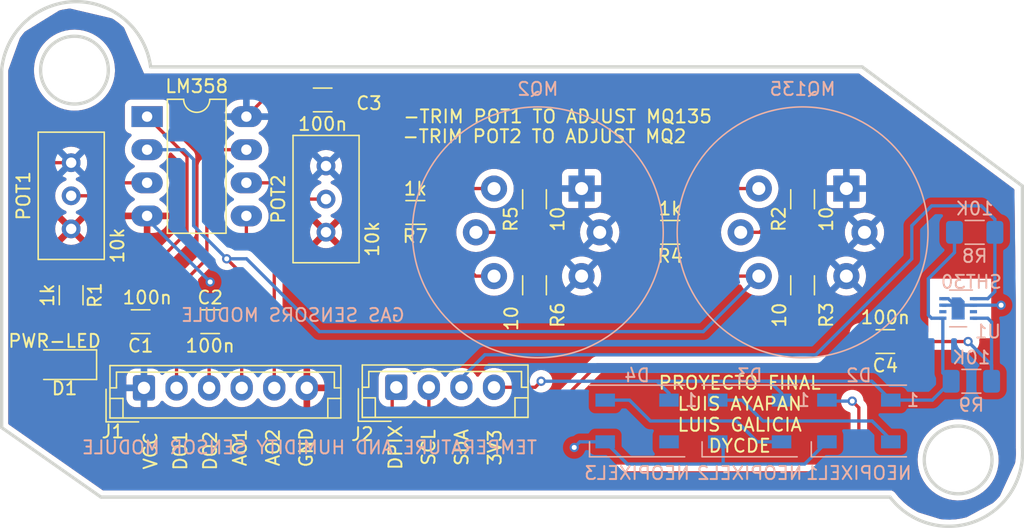
<source format=kicad_pcb>
(kicad_pcb (version 20211014) (generator pcbnew)
  (layers (0 "F.Cu" signal) (31 "B.Cu" signal) (34 "B.Paste" user) (35 "F.Paste" user) (36 "B.SilkS" user "B.Silkscreen") (37 "F.SilkS" user "F.Silkscreen") (38 "B.Mask" user) (39 "F.Mask" user) (44 "Edge.Cuts" user))
  (net 0 "")
  (net 1 "/DO1")
  (net 2 "GND")
  (net 3 "/DO2")
  (net 4 "Net-(D1-Pad2)")
  (net 5 "VCC")
  (net 6 "/AO1")
  (net 7 "/AO2")
  (net 8 "Net-(LM358-Pad3)")
  (net 9 "Net-(LM358-Pad6)")
  (net 10 "Net-(MQ2-Pad5)")
  (net 11 "Net-(MQ135-Pad5)")
  (net 12 "/SCL")
  (net 13 "/3V3")
  (net 14 "Net-(D2-Pad2)")
  (net 15 "/DPIX")
  (net 16 "Net-(D3-Pad2)")
  (net 18 "/SDA")
  (footprint "Capacitor_SMD:C_1206_3216Metric_Pad1.33x1.80mm_HandSolder" (layer "F.Cu") (at 177.546 48.26)
    (fp_text reference "C3" (at 3.556 0.254) (layer "F.SilkS"))
    (fp_text value "100n" (at 0 1.850009) (layer "F.SilkS"))
    (fp_line (start -0.711252 0.91) (end 0.711252 0.91) (layer "F.SilkS") (width 0.12))
    (fp_line (start -0.711252 -0.91) (end 0.711252 -0.91) (layer "F.SilkS") (width 0.12))
    (pad "1" smd roundrect (at -1.5625 0) (size 1.325 1.8) (layers "F.Cu" "F.Paste" "F.Mask") (roundrect_rratio 0.1886792453) (net 5 "VCC"))
    (pad "2" smd roundrect (at 1.5625 0) (size 1.325 1.8) (layers "F.Cu" "F.Paste" "F.Mask") (roundrect_rratio 0.1886792453) (net 2 "GND"))
  )
  (footprint "Package_DIP:DIP-8_W7.62mm_LongPads" (layer "F.Cu") (at 164.069 49.54)
    (fp_text reference "LM358" (at 3.81 -2.33) (layer "F.SilkS"))
    (fp_text value "LM358" hide)
    (fp_line (start 1.56 -1.33) (end 1.56 8.95) (layer "F.SilkS") (width 0.12))
    (fp_line (start 2.81 -1.33) (end 1.56 -1.33) (layer "F.SilkS") (width 0.12))
    (fp_line (start 1.56 8.95) (end 6.06 8.95) (layer "F.SilkS") (width 0.12))
    (fp_line (start 6.06 8.95) (end 6.06 -1.33) (layer "F.SilkS") (width 0.12))
    (fp_line (start 6.06 -1.33) (end 4.81 -1.33) (layer "F.SilkS") (width 0.12))
    (fp_arc (start 4.81 -1.33) (mid 3.81 -0.33) (end 2.81 -1.33) (layer "F.SilkS") (width 0.12))
    (pad "1" thru_hole rect (at 0 0) (size 2.4 1.6) (drill 0.8) (layers *.Cu *.Mask) (net 1 "/DO1"))
    (pad "2" thru_hole oval (at 0 2.54) (size 2.4 1.6) (drill 0.8) (layers *.Cu *.Mask) (net 6 "/AO1"))
    (pad "3" thru_hole oval (at 0 5.08) (size 2.4 1.6) (drill 0.8) (layers *.Cu *.Mask) (net 8 "Net-(LM358-Pad3)"))
    (pad "4" thru_hole oval (at 0 7.62) (size 2.4 1.6) (drill 0.8) (layers *.Cu *.Mask) (net 2 "GND"))
    (pad "5" thru_hole oval (at 7.62 7.62) (size 2.4 1.6) (drill 0.8) (layers *.Cu *.Mask) (net 7 "/AO2"))
    (pad "6" thru_hole oval (at 7.62 5.08) (size 2.4 1.6) (drill 0.8) (layers *.Cu *.Mask) (net 9 "Net-(LM358-Pad6)"))
    (pad "7" thru_hole oval (at 7.62 2.54) (size 2.4 1.6) (drill 0.8) (layers *.Cu *.Mask) (net 3 "/DO2"))
    (pad "8" thru_hole oval (at 7.62 0) (size 2.4 1.6) (drill 0.8) (layers *.Cu *.Mask) (net 5 "VCC"))
  )
  (footprint "Resistor_SMD:R_1206_3216Metric_Pad1.30x1.75mm_HandSolder" (layer "F.Cu") (at 158.242 63.246 -90)
    (fp_text reference "R1" (at 0 -1.82 90) (layer "F.SilkS"))
    (fp_text value "1k" (at 0 1.820012 90) (layer "F.SilkS"))
    (fp_line (start -0.727064 -0.91) (end 0.727064 -0.91) (layer "F.SilkS") (width 0.12))
    (fp_line (start -0.727064 0.91) (end 0.727064 0.91) (layer "F.SilkS") (width 0.12))
    (pad "1" smd roundrect (at -1.55 0 270) (size 1.3 1.75) (layers "F.Cu" "F.Paste" "F.Mask") (roundrect_rratio 0.1923076923) (net 5 "VCC"))
    (pad "2" smd roundrect (at 1.55 0 270) (size 1.3 1.75) (layers "F.Cu" "F.Paste" "F.Mask") (roundrect_rratio 0.1923076923) (net 4 "Net-(D1-Pad2)"))
  )
  (footprint "Potentiometer_THT:Potentiometer_Bourns_3296W_Vertical" (layer "F.Cu") (at 177.8 53.33 90)
    (fp_text reference "POT2" (at -2.54 -3.66 90) (layer "F.SilkS"))
    (fp_text value "10k" (at -5.598 3.556 90) (layer "F.SilkS"))
    (fp_line (start -7.425 -2.53) (end 2.345 -2.53) (layer "F.SilkS") (width 0.12))
    (fp_line (start -7.425 -2.53) (end -7.425 2.54) (layer "F.SilkS") (width 0.12))
    (fp_line (start -7.425 2.54) (end 2.345 2.54) (layer "F.SilkS") (width 0.12))
    (fp_line (start 2.345 -2.53) (end 2.345 2.54) (layer "F.SilkS") (width 0.12))
    (pad "1" thru_hole circle (at 0 0 90) (size 1.44 1.44) (drill 0.8) (layers *.Cu *.Mask) (net 5 "VCC"))
    (pad "2" thru_hole circle (at -2.54 0 90) (size 1.44 1.44) (drill 0.8) (layers *.Cu *.Mask) (net 9 "Net-(LM358-Pad6)"))
    (pad "3" thru_hole circle (at -5.08 0 90) (size 1.44 1.44) (drill 0.8) (layers *.Cu *.Mask) (net 2 "GND"))
  )
  (footprint "Resistor_SMD:R_1206_3216Metric_Pad1.30x1.75mm_HandSolder" (layer "F.Cu") (at 193.802 62.484 -90)
    (fp_text reference "R6" (at 2.286 -1.778 90) (layer "F.SilkS"))
    (fp_text value "10" (at 2.54 1.778 90) (layer "F.SilkS"))
    (fp_line (start -0.727064 0.91) (end 0.727064 0.91) (layer "F.SilkS") (width 0.12))
    (fp_line (start -0.727064 -0.91) (end 0.727064 -0.91) (layer "F.SilkS") (width 0.12))
    (pad "1" smd roundrect (at -1.55 0 270) (size 1.3 1.75) (layers "F.Cu" "F.Paste" "F.Mask") (roundrect_rratio 0.1923076923) (net 10 "Net-(MQ2-Pad5)"))
    (pad "2" smd roundrect (at 1.55 0 270) (size 1.3 1.75) (layers "F.Cu" "F.Paste" "F.Mask") (roundrect_rratio 0.1923076923) (net 2 "GND"))
  )
  (footprint "LED_SMD:LED_1206_3216Metric_Pad1.42x1.75mm_HandSolder" (layer "F.Cu") (at 157.734 68.58 180)
    (fp_text reference "D1" (at 0 -1.82) (layer "F.SilkS"))
    (fp_text value "PWR-LED" (at 0.762 1.820012) (layer "F.SilkS"))
    (fp_line (start -2.46 -1.135) (end -2.46 1.135) (layer "F.SilkS") (width 0.12))
    (fp_line (start 1.6 -1.135) (end -2.46 -1.135) (layer "F.SilkS") (width 0.12))
    (fp_line (start -2.46 1.135) (end 1.6 1.135) (layer "F.SilkS") (width 0.12))
    (pad "1" smd roundrect (at -1.4875 0 180) (size 1.425 1.75) (layers "F.Cu" "F.Paste" "F.Mask") (roundrect_rratio 0.1754392982) (net 2 "GND"))
    (pad "2" smd roundrect (at 1.4875 0 180) (size 1.425 1.75) (layers "F.Cu" "F.Paste" "F.Mask") (roundrect_rratio 0.1754392982) (net 4 "Net-(D1-Pad2)"))
  )
  (footprint "Resistor_SMD:R_1206_3216Metric_Pad1.30x1.75mm_HandSolder" (layer "F.Cu") (at 184.658 56.896 180)
    (fp_text reference "R7" (at 0 -1.82) (layer "F.SilkS"))
    (fp_text value "1k" (at 0 1.820012) (layer "F.SilkS"))
    (fp_line (start -0.727064 -0.91) (end 0.727064 -0.91) (layer "F.SilkS") (width 0.12))
    (fp_line (start -0.727064 0.91) (end 0.727064 0.91) (layer "F.SilkS") (width 0.12))
    (pad "1" smd roundrect (at -1.55 0 180) (size 1.3 1.75) (layers "F.Cu" "F.Paste" "F.Mask") (roundrect_rratio 0.1923076923) (net 7 "/AO2"))
    (pad "2" smd roundrect (at 1.55 0 180) (size 1.3 1.75) (layers "F.Cu" "F.Paste" "F.Mask") (roundrect_rratio 0.1923076923) (net 2 "GND"))
  )
  (footprint "Capacitor_SMD:C_1206_3216Metric_Pad1.33x1.80mm_HandSolder" (layer "F.Cu") (at 163.576 65.278 180)
    (fp_text reference "C1" (at 0 -1.85) (layer "F.SilkS"))
    (fp_text value "100n" (at -0.508 1.850009) (layer "F.SilkS"))
    (fp_line (start -0.711252 -0.91) (end 0.711252 -0.91) (layer "F.SilkS") (width 0.12))
    (fp_line (start -0.711252 0.91) (end 0.711252 0.91) (layer "F.SilkS") (width 0.12))
    (pad "1" smd roundrect (at -1.5625 0 180) (size 1.325 1.8) (layers "F.Cu" "F.Paste" "F.Mask") (roundrect_rratio 0.1886792453) (net 1 "/DO1"))
    (pad "2" smd roundrect (at 1.5625 0 180) (size 1.325 1.8) (layers "F.Cu" "F.Paste" "F.Mask") (roundrect_rratio 0.1886792453) (net 2 "GND"))
  )
  (footprint "Capacitor_SMD:C_1206_3216Metric_Pad1.33x1.80mm_HandSolder" (layer "F.Cu") (at 220.726 66.802 180)
    (fp_text reference "C4" (at 0 -1.85) (layer "F.SilkS"))
    (fp_text value "100n" (at 0 1.850009) (layer "F.SilkS"))
    (fp_line (start -0.711252 -0.91) (end 0.711252 -0.91) (layer "F.SilkS") (width 0.12))
    (fp_line (start -0.711252 0.91) (end 0.711252 0.91) (layer "F.SilkS") (width 0.12))
    (pad "1" smd roundrect (at -1.5625 0 180) (size 1.325 1.8) (layers "F.Cu" "F.Paste" "F.Mask") (roundrect_rratio 0.1886792453) (net 12 "/SCL"))
    (pad "2" smd roundrect (at 1.5625 0 180) (size 1.325 1.8) (layers "F.Cu" "F.Paste" "F.Mask") (roundrect_rratio 0.1886792453) (net 2 "GND"))
  )
  (footprint "Resistor_SMD:R_1206_3216Metric_Pad1.30x1.75mm_HandSolder" (layer "F.Cu") (at 204.216 58.42 180)
    (fp_text reference "R4" (at 0 -1.82) (layer "F.SilkS"))
    (fp_text value "1k" (at 0 1.820012) (layer "F.SilkS"))
    (fp_line (start -0.727064 -0.91) (end 0.727064 -0.91) (layer "F.SilkS") (width 0.12))
    (fp_line (start -0.727064 0.91) (end 0.727064 0.91) (layer "F.SilkS") (width 0.12))
    (pad "1" smd roundrect (at -1.55 0 180) (size 1.3 1.75) (layers "F.Cu" "F.Paste" "F.Mask") (roundrect_rratio 0.1923076923) (net 6 "/AO1"))
    (pad "2" smd roundrect (at 1.55 0 180) (size 1.3 1.75) (layers "F.Cu" "F.Paste" "F.Mask") (roundrect_rratio 0.1923076923) (net 2 "GND"))
  )
  (footprint "Resistor_SMD:R_1206_3216Metric_Pad1.30x1.75mm_HandSolder" (layer "F.Cu") (at 193.802 55.88 90)
    (fp_text reference "R5" (at -1.524 -1.820012 90) (layer "F.SilkS"))
    (fp_text value "10" (at -1.524 1.778 90) (layer "F.SilkS"))
    (fp_line (start -0.727064 -0.91) (end 0.727064 -0.91) (layer "F.SilkS") (width 0.12))
    (fp_line (start -0.727064 0.91) (end 0.727064 0.91) (layer "F.SilkS") (width 0.12))
    (pad "1" smd roundrect (at -1.55 0 90) (size 1.3 1.75) (layers "F.Cu" "F.Paste" "F.Mask") (roundrect_rratio 0.1923076923) (net 10 "Net-(MQ2-Pad5)"))
    (pad "2" smd roundrect (at 1.55 0 90) (size 1.3 1.75) (layers "F.Cu" "F.Paste" "F.Mask") (roundrect_rratio 0.1923076923) (net 2 "GND"))
  )
  (footprint "Capacitor_SMD:C_1206_3216Metric_Pad1.33x1.80mm_HandSolder" (layer "F.Cu") (at 168.91 65.278)
    (fp_text reference "C2" (at 0 -1.85) (layer "F.SilkS"))
    (fp_text value "100n" (at 0 1.850009) (layer "F.SilkS"))
    (fp_line (start -0.711252 0.91) (end 0.711252 0.91) (layer "F.SilkS") (width 0.12))
    (fp_line (start -0.711252 -0.91) (end 0.711252 -0.91) (layer "F.SilkS") (width 0.12))
    (pad "1" smd roundrect (at -1.5625 0) (size 1.325 1.8) (layers "F.Cu" "F.Paste" "F.Mask") (roundrect_rratio 0.1886792453) (net 3 "/DO2"))
    (pad "2" smd roundrect (at 1.5625 0) (size 1.325 1.8) (layers "F.Cu" "F.Paste" "F.Mask") (roundrect_rratio 0.1886792453) (net 2 "GND"))
  )
  (footprint "Connector_JST:JST_EH_B6B-EH-A_1x06_P2.50mm_Vertical" (layer "F.Cu") (at 163.83 70.358)
    (fp_text reference "J1" (at -2.386 3.348) (layer "F.SilkS"))
    (fp_text value "Conn_01x06_Male" hide)
    (fp_line (start -2.11 -1.21) (end 14.61 -1.21) (layer "F.SilkS") (width 0.12))
    (fp_line (start -2.91 0.11) (end -2.91 2.61) (layer "F.SilkS") (width 0.12))
    (fp_line (start -2.61 2.31) (end 15.11 2.31) (layer "F.SilkS") (width 0.12))
    (fp_line (start 15.11 2.31) (end 15.11 -1.71) (layer "F.SilkS") (width 0.12))
    (fp_line (start 15.11 -1.71) (end -2.61 -1.71) (layer "F.SilkS") (width 0.12))
    (fp_line (start -1.61 0.81) (end -1.61 2.31) (layer "F.SilkS") (width 0.12))
    (fp_line (start 14.61 -1.21) (end 14.61 0) (layer "F.SilkS") (width 0.12))
    (fp_line (start 14.11 0.81) (end 14.11 2.31) (layer "F.SilkS") (width 0.12))
    (fp_line (start -2.61 0.81) (end -1.61 0.81) (layer "F.SilkS") (width 0.12))
    (fp_line (start -2.61 -1.71) (end -2.61 2.31) (layer "F.SilkS") (width 0.12))
    (fp_line (start -2.11 0) (end -2.11 -1.21) (layer "F.SilkS") (width 0.12))
    (fp_line (start -2.61 0) (end -2.11 0) (layer "F.SilkS") (width 0.12))
    (fp_line (start -2.91 2.61) (end -0.41 2.61) (layer "F.SilkS") (width 0.12))
    (fp_line (start 15.11 0.81) (end 14.11 0.81) (layer "F.SilkS") (width 0.12))
    (fp_line (start 14.61 0) (end 15.11 0) (layer "F.SilkS") (width 0.12))
    (pad "1" thru_hole roundrect (at 0 0) (size 1.7 1.95) (drill 0.95) (layers *.Cu *.Mask) (roundrect_rratio 0.1470588235) (net 5 "VCC"))
    (pad "2" thru_hole oval (at 2.5 0) (size 1.7 1.95) (drill 0.95) (layers *.Cu *.Mask) (net 1 "/DO1"))
    (pad "3" thru_hole oval (at 5 0) (size 1.7 1.95) (drill 0.95) (layers *.Cu *.Mask) (net 3 "/DO2"))
    (pad "4" thru_hole oval (at 7.5 0) (size 1.7 1.95) (drill 0.95) (layers *.Cu *.Mask) (net 6 "/AO1"))
    (pad "5" thru_hole oval (at 10 0) (size 1.7 1.95) (drill 0.95) (layers *.Cu *.Mask) (net 7 "/AO2"))
    (pad "6" thru_hole oval (at 12.5 0) (size 1.7 1.95) (drill 0.95) (layers *.Cu *.Mask) (net 2 "GND"))
  )
  (footprint "Resistor_SMD:R_1206_3216Metric_Pad1.30x1.75mm_HandSolder" (layer "F.Cu") (at 214.376 62.484 -90)
    (fp_text reference "R3" (at 2.286 -1.82 90) (layer "F.SilkS"))
    (fp_text value "10" (at 2.286 1.778 90) (layer "F.SilkS"))
    (fp_line (start -0.727064 -0.91) (end 0.727064 -0.91) (layer "F.SilkS") (width 0.12))
    (fp_line (start -0.727064 0.91) (end 0.727064 0.91) (layer "F.SilkS") (width 0.12))
    (pad "1" smd roundrect (at -1.55 0 270) (size 1.3 1.75) (layers "F.Cu" "F.Paste" "F.Mask") (roundrect_rratio 0.1923076923) (net 11 "Net-(MQ135-Pad5)"))
    (pad "2" smd roundrect (at 1.55 0 270) (size 1.3 1.75) (layers "F.Cu" "F.Paste" "F.Mask") (roundrect_rratio 0.1923076923) (net 2 "GND"))
  )
  (footprint "Potentiometer_THT:Potentiometer_Bourns_3296W_Vertical" (layer "F.Cu") (at 158.242 53.075992 90)
    (fp_text reference "POT1" (at -2.54 -3.66 90) (layer "F.SilkS"))
    (fp_text value "10k" (at -6.360008 3.556 90) (layer "F.SilkS"))
    (fp_line (start -7.425 -2.53) (end 2.345 -2.53) (layer "F.SilkS") (width 0.12))
    (fp_line (start -7.425 2.54) (end 2.345 2.54) (layer "F.SilkS") (width 0.12))
    (fp_line (start -7.425 -2.53) (end -7.425 2.54) (layer "F.SilkS") (width 0.12))
    (fp_line (start 2.345 -2.53) (end 2.345 2.54) (layer "F.SilkS") (width 0.12))
    (pad "1" thru_hole circle (at 0 0 90) (size 1.44 1.44) (drill 0.8) (layers *.Cu *.Mask) (net 5 "VCC"))
    (pad "2" thru_hole circle (at -2.54 0 90) (size 1.44 1.44) (drill 0.8) (layers *.Cu *.Mask) (net 8 "Net-(LM358-Pad3)"))
    (pad "3" thru_hole circle (at -5.08 0 90) (size 1.44 1.44) (drill 0.8) (layers *.Cu *.Mask) (net 2 "GND"))
  )
  (footprint "Connector_JST:JST_EH_B4B-EH-A_1x04_P2.50mm_Vertical" (layer "F.Cu") (at 183.193995 70.312001)
    (fp_text reference "J2" (at -2.6 3.602) (layer "F.SilkS"))
    (fp_text value "Conn_01x04_Male" hide)
    (fp_line (start -2.61 -1.71) (end -2.61 2.31) (layer "F.SilkS") (width 0.12))
    (fp_line (start -2.91 2.61) (end -0.41 2.61) (layer "F.SilkS") (width 0.12))
    (fp_line (start -2.61 0.81) (end -1.61 0.81) (layer "F.SilkS") (width 0.12))
    (fp_line (start -2.11 0) (end -2.11 -1.21) (layer "F.SilkS") (width 0.12))
    (fp_line (start -2.91 0.11) (end -2.91 2.61) (layer "F.SilkS") (width 0.12))
    (fp_line (start 10.11 0.81) (end 9.11 0.81) (layer "F.SilkS") (width 0.12))
    (fp_line (start -1.61 0.81) (end -1.61 2.31) (layer "F.SilkS") (width 0.12))
    (fp_line (start 9.11 0.81) (end 9.11 2.31) (layer "F.SilkS") (width 0.12))
    (fp_line (start 10.11 -1.71) (end -2.61 -1.71) (layer "F.SilkS") (width 0.12))
    (fp_line (start 10.11 2.31) (end 10.11 -1.71) (layer "F.SilkS") (width 0.12))
    (fp_line (start -2.61 0) (end -2.11 0) (layer "F.SilkS") (width 0.12))
    (fp_line (start 9.61 0) (end 10.11 0) (layer "F.SilkS") (width 0.12))
    (fp_line (start -2.11 -1.21) (end 9.61 -1.21) (layer "F.SilkS") (width 0.12))
    (fp_line (start 9.61 -1.21) (end 9.61 0) (layer "F.SilkS") (width 0.12))
    (fp_line (start -2.61 2.31) (end 10.11 2.31) (layer "F.SilkS") (width 0.12))
    (pad "1" thru_hole roundrect (at 0 0) (size 1.7 1.95) (drill 0.95) (layers *.Cu *.Mask) (roundrect_rratio 0.1470588235) (net 15 "/DPIX"))
    (pad "2" thru_hole oval (at 2.5 0) (size 1.7 1.95) (drill 0.95) (layers *.Cu *.Mask) (net 12 "/SCL"))
    (pad "3" thru_hole oval (at 5 0) (size 1.7 1.95) (drill 0.95) (layers *.Cu *.Mask) (net 18 "/SDA"))
    (pad "4" thru_hole oval (at 7.5 0) (size 1.7 1.95) (drill 0.95) (layers *.Cu *.Mask) (net 13 "/3V3"))
  )
  (footprint "Resistor_SMD:R_1206_3216Metric_Pad1.30x1.75mm_HandSolder" (layer "F.Cu") (at 214.376 55.88 90)
    (fp_text reference "R2" (at -1.524 -1.82 90) (layer "F.SilkS"))
    (fp_text value "10" (at -1.524 1.820012 90) (layer "F.SilkS"))
    (fp_line (start -0.727064 0.91) (end 0.727064 0.91) (layer "F.SilkS") (width 0.12))
    (fp_line (start -0.727064 -0.91) (end 0.727064 -0.91) (layer "F.SilkS") (width 0.12))
    (pad "1" smd roundrect (at -1.55 0 90) (size 1.3 1.75) (layers "F.Cu" "F.Paste" "F.Mask") (roundrect_rratio 0.1923076923) (net 11 "Net-(MQ135-Pad5)"))
    (pad "2" smd roundrect (at 1.55 0 90) (size 1.3 1.75) (layers "F.Cu" "F.Paste" "F.Mask") (roundrect_rratio 0.1923076923) (net 2 "GND"))
  )
  (footprint "Resistor_SMD:R_1206_3216Metric_Pad1.30x1.75mm_HandSolder" (layer "B.Cu") (at 227.33 69.85)
    (fp_text reference "R9" (at 0 1.82) (layer "B.SilkS") (effects (justify mirror)))
    (fp_text value "10K" (at 0 -1.820012) (layer "B.SilkS") (effects (justify mirror)))
    (fp_line (start -0.727064 0.91) (end 0.727064 0.91) (layer "B.SilkS") (width 0.12))
    (fp_line (start -0.727064 -0.91) (end 0.727064 -0.91) (layer "B.SilkS") (width 0.12))
    (pad "1" smd roundrect (at -1.55 0) (size 1.3 1.75) (layers "B.Cu" "B.Paste" "B.Mask") (roundrect_rratio 0.1923076923) (net 13 "/3V3"))
    (pad "2" smd roundrect (at 1.55 0) (size 1.3 1.75) (layers "B.Cu" "B.Paste" "B.Mask") (roundrect_rratio 0.1923076923) (net 12 "/SCL"))
  )
  (footprint "Resistor_SMD:R_1206_3216Metric_Pad1.30x1.75mm_HandSolder" (layer "B.Cu") (at 227.584 58.42)
    (fp_text reference "R8" (at 0 1.82) (layer "B.SilkS") (effects (justify mirror)))
    (fp_text value "10K" (at 0 -1.820012) (layer "B.SilkS") (effects (justify mirror)))
    (fp_line (start -0.727064 0.91) (end 0.727064 0.91) (layer "B.SilkS") (width 0.12))
    (fp_line (start -0.727064 -0.91) (end 0.727064 -0.91) (layer "B.SilkS") (width 0.12))
    (pad "1" smd roundrect (at -1.55 0) (size 1.3 1.75) (layers "B.Cu" "B.Paste" "B.Mask") (roundrect_rratio 0.1923076923) (net 13 "/3V3"))
    (pad "2" smd roundrect (at 1.55 0) (size 1.3 1.75) (layers "B.Cu" "B.Paste" "B.Mask") (roundrect_rratio 0.1923076923) (net 18 "/SDA"))
  )
  (footprint "Sensor_Humidity:Sensirion_DFN-8-1EP_2.5x2.5mm_P0.5mm_EP1.1x1.7mm" (layer "B.Cu") (at 226.314 64.262 180)
    (fp_text reference "U1" (at -2.286 -1.778) (layer "B.SilkS") (effects (justify mirror)))
    (fp_text value "SHT30" (at -1.016 2.032) (layer "B.SilkS") (effects (justify mirror)))
    (fp_line (start -0.65 -1.41) (end 0.65 -1.41) (layer "B.SilkS") (width 0.12))
    (fp_line (start -1.09 1.41) (end 0.65 1.41) (layer "B.SilkS") (width 0.12))
    (pad "1" smd rect (at -1.175 0.75 180) (size 0.55 0.25) (layers "B.Cu" "B.Paste" "B.Mask") (net 18 "/SDA"))
    (pad "2" smd rect (at -1.175 0.25 180) (size 0.55 0.25) (layers "B.Cu" "B.Paste" "B.Mask") (net 2 "GND"))
    (pad "3" smd rect (at -1.175 -0.25 180) (size 0.55 0.25) (layers "B.Cu" "B.Paste" "B.Mask"))
    (pad "4" smd rect (at -1.175 -0.75) (size 0.55 0.25) (layers "B.Cu" "B.Paste" "B.Mask") (net 12 "/SCL"))
    (pad "5" smd rect (at 1.175 -0.75 180) (size 0.55 0.25) (layers "B.Cu" "B.Paste" "B.Mask") (net 13 "/3V3"))
    (pad "6" smd rect (at 1.175 -0.25 180) (size 0.55 0.25) (layers "B.Cu" "B.Paste" "B.Mask"))
    (pad "7" smd rect (at 1.175 0.25 180) (size 0.55 0.25) (layers "B.Cu" "B.Paste" "B.Mask") (net 2 "GND"))
    (pad "8" smd rect (at 1.175 0.75 180) (size 0.55 0.25) (layers "B.Cu" "B.Paste" "B.Mask") (net 2 "GND"))
    (pad "9" smd custom (at 0 0 180) (size 1 1) (layers "B.Cu" "B.Mask") (net 2 "GND") (options (clearance outline) (anchor circle)) (primitives (gr_poly (pts (xy 0.5 -0.85) (xy -0.5 -0.85) (xy -0.5 0.55) (xy -0.2 0.85) (xy 0.5 0.85)) (width 0) (fill yes))))
  )
  (footprint "Sensor:MQ-6" (layer "B.Cu") (at 217.735988 55.060012 180)
    (fp_text reference "MQ135" (at 3.36 7.64) (layer "B.SilkS") (effects (justify mirror)))
    (fp_text value "MQ-135")
    (fp_circle (center 3.36 -3.36) (end 12.985 -3.36) (layer "B.SilkS") (width 0.12) (fill none))
    (pad "1" thru_hole rect (at 0 0 180) (size 2 2) (drill 1) (layers *.Cu *.Mask) (net 5 "VCC"))
    (pad "2" thru_hole circle (at -1.39 -3.36 180) (size 2 2) (drill 1) (layers *.Cu *.Mask) (net 5 "VCC"))
    (pad "3" thru_hole circle (at 0 -6.72 90) (size 2 2) (drill 1) (layers *.Cu *.Mask) (net 5 "VCC"))
    (pad "4" thru_hole circle (at 6.72 -6.72) (size 2 2) (drill 1) (layers *.Cu *.Mask) (net 6 "/AO1"))
    (pad "5" thru_hole circle (at 8.11 -3.36 180) (size 2 2) (drill 1) (layers *.Cu *.Mask) (net 11 "Net-(MQ135-Pad5)"))
    (pad "6" thru_hole circle (at 6.72 0 270) (size 2 2) (drill 1) (layers *.Cu *.Mask) (net 6 "/AO1"))
  )
  (footprint "Sensor:MQ-6" (layer "B.Cu") (at 197.416 55.06 180)
    (fp_text reference "MQ2" (at 3.36 7.64) (layer "B.SilkS") (effects (justify mirror)))
    (fp_text value "MQ-2")
    (fp_circle (center 3.36 -3.36) (end 12.985 -3.36) (layer "B.SilkS") (width 0.12) (fill none))
    (pad "1" thru_hole rect (at 0 0 180) (size 2 2) (drill 1) (layers *.Cu *.Mask) (net 5 "VCC"))
    (pad "2" thru_hole circle (at -1.39 -3.36 180) (size 2 2) (drill 1) (layers *.Cu *.Mask) (net 5 "VCC"))
    (pad "3" thru_hole circle (at 0 -6.72 90) (size 2 2) (drill 1) (layers *.Cu *.Mask) (net 5 "VCC"))
    (pad "4" thru_hole circle (at 6.72 -6.72) (size 2 2) (drill 1) (layers *.Cu *.Mask) (net 7 "/AO2"))
    (pad "5" thru_hole circle (at 8.11 -3.36 180) (size 2 2) (drill 1) (layers *.Cu *.Mask) (net 10 "Net-(MQ2-Pad5)"))
    (pad "6" thru_hole circle (at 6.72 0 270) (size 2 2) (drill 1) (layers *.Cu *.Mask) (net 7 "/AO2"))
  )
  (footprint "LED_SMD:LED_WS2812B_PLCC4_5.0x5.0mm_P3.2mm" (layer "B.Cu") (at 210.312 72.898 180)
    (fp_text reference "D3" (at 0 3.5) (layer "B.SilkS") (effects (justify mirror)))
    (fp_text value "NEOPIXEL2" (at 0 -3.999992) (layer "B.SilkS") (effects (justify mirror)))
    (fp_text user "1" (at -4.15 1.6) (layer "B.SilkS") (effects (justify mirror)))
    (fp_line (start 3.65 -2.75) (end 3.65 -1.6) (layer "B.SilkS") (width 0.12))
    (fp_line (start -3.65 2.75) (end 3.65 2.75) (layer "B.SilkS") (width 0.12))
    (fp_line (start -3.65 -2.75) (end 3.65 -2.75) (layer "B.SilkS") (width 0.12))
    (pad "1" smd rect (at -2.45 1.6 180) (size 1.5 1) (layers "B.Cu" "B.Paste" "B.Mask") (net 13 "/3V3"))
    (pad "2" smd rect (at -2.45 -1.6 180) (size 1.5 1) (layers "B.Cu" "B.Paste" "B.Mask") (net 16 "Net-(D3-Pad2)"))
    (pad "3" smd rect (at 2.45 -1.6 180) (size 1.5 1) (layers "B.Cu" "B.Paste" "B.Mask") (net 2 "GND"))
    (pad "4" smd rect (at 2.45 1.6 180) (size 1.5 1) (layers "B.Cu" "B.Paste" "B.Mask") (net 14 "Net-(D2-Pad2)"))
  )
  (footprint "LED_SMD:LED_WS2812B_PLCC4_5.0x5.0mm_P3.2mm" (layer "B.Cu") (at 201.676 72.898 180)
    (fp_text reference "D4" (at 0 3.5) (layer "B.SilkS") (effects (justify mirror)))
    (fp_text value "NEOPIXEL3" (at 0 -3.999992) (layer "B.SilkS") (effects (justify mirror)))
    (fp_text user "1" (at -4.15 1.6) (layer "B.SilkS") (effects (justify mirror)))
    (fp_line (start 3.65 -2.75) (end 3.65 -1.6) (layer "B.SilkS") (width 0.12))
    (fp_line (start -3.65 -2.75) (end 3.65 -2.75) (layer "B.SilkS") (width 0.12))
    (fp_line (start -3.65 2.75) (end 3.65 2.75) (layer "B.SilkS") (width 0.12))
    (pad "1" smd rect (at -2.45 1.6 180) (size 1.5 1) (layers "B.Cu" "B.Paste" "B.Mask") (net 13 "/3V3"))
    (pad "2" smd rect (at -2.45 -1.6 180) (size 1.5 1) (layers "B.Cu" "B.Paste" "B.Mask"))
    (pad "3" smd rect (at 2.45 -1.6 180) (size 1.5 1) (layers "B.Cu" "B.Paste" "B.Mask") (net 2 "GND"))
    (pad "4" smd rect (at 2.45 1.6 180) (size 1.5 1) (layers "B.Cu" "B.Paste" "B.Mask") (net 16 "Net-(D3-Pad2)"))
  )
  (footprint "LED_SMD:LED_WS2812B_PLCC4_5.0x5.0mm_P3.2mm" (layer "B.Cu") (at 218.694 72.898 180)
    (fp_text reference "D2" (at 0 3.5) (layer "B.SilkS") (effects (justify mirror)))
    (fp_text value "NEOPIXEL1" (at 0 -3.999992) (layer "B.SilkS") (effects (justify mirror)))
    (fp_text user "1" (at -4.15 1.6) (layer "B.SilkS") (effects (justify mirror)))
    (fp_line (start -3.65 -2.75) (end 3.65 -2.75) (layer "B.SilkS") (width 0.12))
    (fp_line (start -3.65 2.75) (end 3.65 2.75) (layer "B.SilkS") (width 0.12))
    (fp_line (start 3.65 -2.75) (end 3.65 -1.6) (layer "B.SilkS") (width 0.12))
    (pad "1" smd rect (at -2.45 1.6 180) (size 1.5 1) (layers "B.Cu" "B.Paste" "B.Mask") (net 13 "/3V3"))
    (pad "2" smd rect (at -2.45 -1.6 180) (size 1.5 1) (layers "B.Cu" "B.Paste" "B.Mask") (net 14 "Net-(D2-Pad2)"))
    (pad "3" smd rect (at 2.45 -1.6 180) (size 1.5 1) (layers "B.Cu" "B.Paste" "B.Mask") (net 2 "GND"))
    (pad "4" smd rect (at 2.45 1.6 180) (size 1.5 1) (layers "B.Cu" "B.Paste" "B.Mask") (net 15 "/DPIX"))
  )
  (gr_line (start 231.245275 74.93) (end 231.245275 54.864) (layer "Edge.Cuts") (width 0.254))
  (gr_arc (start 231.245275 74.93) (mid 227.584 80.61822) (end 221.085275 78.74) (layer "Edge.Cuts") (width 0.254))
  (gr_line (start 160.528 78.74) (end 221.085275 78.74) (layer "Edge.Cuts") (width 0.254))
  (gr_line (start 164.338 45.72) (end 218.948 45.72) (layer "Edge.Cuts") (width 0.254))
  (gr_line (start 152.908 73.406) (end 160.528 78.74) (layer "Edge.Cuts") (width 0.254))
  (gr_line (start 152.908 45.974) (end 152.908 73.406) (layer "Edge.Cuts") (width 0.254))
  (gr_circle (center 158.496 45.972) (end 161.096 45.972) (layer "Edge.Cuts") (width 0.254) (fill none))
  (gr_arc (start 152.908 45.974) (mid 158.509032 40.718468) (end 164.338 45.72) (layer "Edge.Cuts") (width 0.254))
  (gr_circle (center 226.314 75.886) (end 228.914 75.886) (layer "Edge.Cuts") (width 0.254) (fill none))
  (gr_line (start 218.948 45.72) (end 231.245275 54.864) (layer "Edge.Cuts") (width 0.254))
  (gr_text "GAS SENSORS MODULE" (at 175.26 64.77) (layer "B.SilkS") (effects (font (size 1 1)) (justify mirror)))
  (gr_text "TEMPERATURE AND HUMIDITY SENSOR MODULE" (at 176.53 74.93) (layer "B.SilkS") (effects (font (size 1 1)) (justify mirror)))
  (gr_text "PROYECTO FINAL\nLUIS AYAPAN\nLUIS GALICIA\nDYCDE" (at 209.55 72.39) (layer "F.SilkS") (effects (font (size 1 1))))
  (gr_text "AO1" (at 171.196 74.93 90) (layer "F.SilkS") (effects (font (size 1 1))))
  (gr_text "AO2" (at 173.736 74.93 90) (layer "F.SilkS") (effects (font (size 1 1))))
  (gr_text "DO2" (at 168.91 75.184 90) (layer "F.SilkS") (effects (font (size 1 1))))
  (gr_text "SCL" (at 185.674 74.93 90) (layer "F.SilkS") (effects (font (size 1 1))))
  (gr_text "-TRIM POT1 TO ADJUST MQ135" (at 195.58 49.53) (layer "F.SilkS") (effects (font (size 1 1))))
  (gr_text "DPIX" (at 183.134 74.93 90) (layer "F.SilkS") (effects (font (size 1 1))))
  (gr_text "3V3" (at 190.754 74.93 90) (layer "F.SilkS") (effects (font (size 1 1))))
  (gr_text "SDA" (at 188.214 74.93 90) (layer "F.SilkS") (effects (font (size 1 1))))
  (gr_text "VCC" (at 164.338 75.184 90) (layer "F.SilkS") (effects (font (size 1 1))))
  (gr_text "-TRIM POT2 TO ADJUST MQ2" (at 194.564 51.054) (layer "F.SilkS") (effects (font (size 1 1))))
  (gr_text "DO1" (at 166.624 75.184 90) (layer "F.SilkS") (effects (font (size 1 1))))
  (gr_text "GND" (at 176.276 74.93 90) (layer "F.SilkS") (effects (font (size 1 1))))
  (segment (start 165.1385 65.278) (end 165.1385 60.4135) (width 0.254) (layer "F.Cu") (net 1))
  (segment (start 166.33 68.112) (end 166.33 70.358) (width 0.254) (layer "F.Cu") (net 1))
  (segment (start 167.132 52.603) (end 164.069 49.54) (width 0.254) (layer "F.Cu") (net 1))
  (segment (start 165.1385 60.4135) (end 167.132 58.42) (width 0.254) (layer "F.Cu") (net 1))
  (segment (start 166.37 68.072) (end 166.33 68.112) (width 0.254) (layer "F.Cu") (net 1))
  (segment (start 165.1385 66.8405) (end 166.37 68.072) (width 0.254) (layer "F.Cu") (net 1))
  (segment (start 167.132 58.42) (end 167.132 52.603) (width 0.254) (layer "F.Cu") (net 1))
  (segment (start 165.1385 65.278) (end 165.1385 66.8405) (width 0.254) (layer "F.Cu") (net 1))
  (via (at 229.612012 64.011988) (size 0.7112) (drill 0.381) (layers "F.Cu" "B.Cu") (net 2))
  (via (at 196.85 74.93) (size 0.7112) (drill 0.381) (layers "F.Cu" "B.Cu") (net 2))
  (via (at 168.91 62.23) (size 0.7112) (drill 0.381) (layers "F.Cu" "B.Cu") (net 2))
  (segment (start 200.928 76.2) (end 208.28 76.2) (width 0.254) (layer "B.Cu") (net 2))
  (segment (start 225.139 63.512) (end 225.564 63.512) (width 0.254) (layer "B.Cu") (net 2))
  (segment (start 225.564 63.512) (end 226.314 64.262) (width 0.254) (layer "B.Cu") (net 2))
  (segment (start 208.28 76.2) (end 208.28 74.916) (width 0.254) (layer "B.Cu") (net 2))
  (segment (start 199.226 74.498) (end 197.282 74.498) (width 0.254) (layer "B.Cu") (net 2))
  (segment (start 226.564 64.012) (end 226.314 64.262) (width 0.254) (layer "B.Cu") (net 2))
  (segment (start 225.139 64.012) (end 226.064 64.012) (width 0.254) (layer "B.Cu") (net 2))
  (segment (start 164.069 57.16) (end 164.069 57.389) (width 0.254) (layer "B.Cu") (net 2))
  (segment (start 216.244 74.498) (end 214.542 76.2) (width 0.254) (layer "B.Cu") (net 2))
  (segment (start 214.542 76.2) (end 208.28 76.2) (width 0.254) (layer "B.Cu") (net 2))
  (segment (start 227.489 64.012) (end 229.612 64.012) (width 0.254) (layer "B.Cu") (net 2))
  (segment (start 226.064 64.012) (end 226.314 64.262) (width 0.254) (layer "B.Cu") (net 2))
  (segment (start 199.226 74.498) (end 200.928 76.2) (width 0.254) (layer "B.Cu") (net 2))
  (segment (start 164.069 57.389) (end 168.91 62.23) (width 0.254) (layer "B.Cu") (net 2))
  (segment (start 208.28 74.916) (end 207.862 74.498) (width 0.254) (layer "B.Cu") (net 2))
  (segment (start 197.282 74.498) (end 196.85 74.93) (width 0.254) (layer "B.Cu") (net 2))
  (segment (start 227.489 64.012) (end 226.564 64.012) (width 0.254) (layer "B.Cu") (net 2))
  (segment (start 167.3475 61.7605) (end 168.656 60.452) (width 0.254) (layer "F.Cu") (net 3))
  (segment (start 168.656 53.34) (end 169.916 52.08) (width 0.254) (layer "F.Cu") (net 3))
  (segment (start 168.656 60.452) (end 168.656 53.34) (width 0.254) (layer "F.Cu") (net 3))
  (segment (start 169.916 52.08) (end 171.689 52.08) (width 0.254) (layer "F.Cu") (net 3))
  (segment (start 168.83 68.5) (end 168.83 70.358) (width 0.254) (layer "F.Cu") (net 3))
  (segment (start 167.3475 65.278) (end 167.3475 67.0175) (width 0.254) (layer "F.Cu") (net 3))
  (segment (start 167.3475 67.0175) (end 168.83 68.5) (width 0.254) (layer "F.Cu") (net 3))
  (segment (start 167.3475 65.278) (end 167.3475 61.7605) (width 0.254) (layer "F.Cu") (net 3))
  (segment (start 155.956 65.278) (end 156.438 64.796) (width 0.254) (layer "F.Cu") (net 4))
  (segment (start 156.2465 68.58) (end 155.956 68.2895) (width 0.254) (layer "F.Cu") (net 4))
  (segment (start 155.956 68.2895) (end 155.956 65.278) (width 0.254) (layer "F.Cu") (net 4))
  (segment (start 156.438 64.796) (end 158.242 64.796) (width 0.254) (layer "F.Cu") (net 4))
  (segment (start 156.474008 53.075992) (end 158.242 53.075992) (width 0.25) (layer "F.Cu") (net 5))
  (segment (start 156.21 61.722) (end 155.956 61.468) (width 0.25) (layer "F.Cu") (net 5))
  (segment (start 172.969 48.26) (end 171.689 49.54) (width 0.254) (layer "F.Cu") (net 5))
  (segment (start 155.956 53.594) (end 156.474008 53.075992) (width 0.25) (layer "F.Cu") (net 5))
  (segment (start 158.242 61.696) (end 158.216 61.722) (width 0.25) (layer "F.Cu") (net 5))
  (segment (start 175.9835 48.26) (end 172.969 48.26) (width 0.254) (layer "F.Cu") (net 5))
  (segment (start 158.216 61.722) (end 156.21 61.722) (width 0.25) (layer "F.Cu") (net 5))
  (segment (start 155.956 61.468) (end 155.956 53.594) (width 0.25) (layer "F.Cu") (net 5))
  (segment (start 172.72 67.056) (end 172.72 62.992) (width 0.254) (layer "F.Cu") (net 6))
  (segment (start 171.33 68.446) (end 172.72 67.056) (width 0.254) (layer "F.Cu") (net 6))
  (segment (start 172.212 62.484) (end 170.18 60.452) (width 0.254) (layer "F.Cu") (net 6))
  (segment (start 208.084012 61.780012) (end 205.766 59.462) (width 0.254) (layer "F.Cu") (net 6))
  (segment (start 205.766 59.462) (end 205.766 58.42) (width 0.254) (layer "F.Cu") (net 6))
  (segment (start 208.083988 55.060012) (end 205.766 57.378) (width 0.254) (layer "F.Cu") (net 6))
  (segment (start 211.015988 61.780012) (end 208.084012 61.780012) (width 0.254) (layer "F.Cu") (net 6))
  (segment (start 205.766 57.378) (end 205.766 58.42) (width 0.254) (layer "F.Cu") (net 6))
  (segment (start 172.72 62.992) (end 172.212 62.484) (width 0.254) (layer "F.Cu") (net 6))
  (segment (start 211.015988 55.060012) (end 208.083988 55.060012) (width 0.254) (layer "F.Cu") (net 6))
  (segment (start 171.33 70.358) (end 171.33 68.446) (width 0.254) (layer "F.Cu") (net 6))
  (via (at 170.18 60.452) (size 0.7112) (drill 0.381) (layers "F.Cu" "B.Cu") (net 6))
  (segment (start 177.292 66.04) (end 171.704 60.452) (width 0.254) (layer "B.Cu") (net 6))
  (segment (start 211.015988 61.780012) (end 206.756 66.04) (width 0.254) (layer "B.Cu") (net 6))
  (segment (start 167.64 52.832) (end 166.888 52.08) (width 0.254) (layer "B.Cu") (net 6))
  (segment (start 167.64 57.912) (end 167.64 52.832) (width 0.254) (layer "B.Cu") (net 6))
  (segment (start 206.756 66.04) (end 177.292 66.04) (width 0.254) (layer "B.Cu") (net 6))
  (segment (start 170.18 60.452) (end 167.64 57.912) (width 0.254) (layer "B.Cu") (net 6))
  (segment (start 166.888 52.08) (end 164.069 52.08) (width 0.254) (layer "B.Cu") (net 6))
  (segment (start 171.704 60.452) (end 170.18 60.452) (width 0.254) (layer "B.Cu") (net 6))
  (segment (start 190.696 55.06) (end 188.044 55.06) (width 0.254) (layer "F.Cu") (net 7))
  (segment (start 189.288 61.78) (end 186.208 58.7) (width 0.254) (layer "F.Cu") (net 7))
  (segment (start 186.208 58.7) (end 186.208 56.896) (width 0.254) (layer "F.Cu") (net 7))
  (segment (start 173.83 61.054) (end 171.689 58.913) (width 0.254) (layer "F.Cu") (net 7))
  (segment (start 190.696 61.78) (end 189.288 61.78) (width 0.254) (layer "F.Cu") (net 7))
  (segment (start 186.208 58.7) (end 186.208 58.902) (width 0.254) (layer "F.Cu") (net 7))
  (segment (start 188.044 55.06) (end 186.208 56.896) (width 0.254) (layer "F.Cu") (net 7))
  (segment (start 186.208 58.902) (end 184.056 61.054) (width 0.254) (layer "F.Cu") (net 7))
  (segment (start 184.056 61.054) (end 173.83 61.054) (width 0.254) (layer "F.Cu") (net 7))
  (segment (start 173.83 70.358) (end 173.83 61.054) (width 0.254) (layer "F.Cu") (net 7))
  (segment (start 171.689 58.913) (end 171.689 57.16) (width 0.254) (layer "F.Cu") (net 7))
  (segment (start 162.062 54.62) (end 164.069 54.62) (width 0.254) (layer "F.Cu") (net 8))
  (segment (start 161.046008 55.615992) (end 162.052 54.61) (width 0.254) (layer "F.Cu") (net 8))
  (segment (start 162.052 54.61) (end 162.062 54.62) (width 0.254) (layer "F.Cu") (net 8))
  (segment (start 158.242 55.615992) (end 161.046008 55.615992) (width 0.254) (layer "F.Cu") (net 8))
  (segment (start 177.8 55.87) (end 176.012 55.87) (width 0.254) (layer "F.Cu") (net 9))
  (segment (start 174.752 54.61) (end 174.742 54.62) (width 0.254) (layer "F.Cu") (net 9))
  (segment (start 174.742 54.62) (end 171.689 54.62) (width 0.254) (layer "F.Cu") (net 9))
  (segment (start 176.012 55.87) (end 174.752 54.61) (width 0.254) (layer "F.Cu") (net 9))
  (segment (start 193.776 57.404) (end 193.802 57.43) (width 0.254) (layer "F.Cu") (net 10))
  (segment (start 192.024 57.404) (end 193.776 57.404) (width 0.254) (layer "F.Cu") (net 10))
  (segment (start 193.802 60.934) (end 193.802 57.43) (width 0.254) (layer "F.Cu") (net 10))
  (segment (start 189.306 58.42) (end 191.008 58.42) (width 0.254) (layer "F.Cu") (net 10))
  (segment (start 191.008 58.42) (end 192.024 57.404) (width 0.254) (layer "F.Cu") (net 10))
  (segment (start 209.625988 58.420012) (end 211.073988 58.420012) (width 0.254) (layer "F.Cu") (net 11))
  (segment (start 211.073988 58.420012) (end 212.09 57.404) (width 0.254) (layer "F.Cu") (net 11))
  (segment (start 214.376 57.43) (end 214.376 60.934) (width 0.254) (layer "F.Cu") (net 11))
  (segment (start 212.09 57.404) (end 214.35 57.404) (width 0.254) (layer "F.Cu") (net 11))
  (segment (start 214.35 57.404) (end 214.376 57.43) (width 0.254) (layer "F.Cu") (net 11))
  (segment (start 201.93 68.58) (end 220.726 68.58) (width 0.254) (layer "F.Cu") (net 12))
  (segment (start 187.198 73.914) (end 193.294 73.914) (width 0.254) (layer "F.Cu") (net 12))
  (segment (start 222.2885 67.0175) (end 222.2885 66.802) (width 0.254) (layer "F.Cu") (net 12))
  (segment (start 185.694 72.41) (end 187.198 73.914) (width 0.254) (layer "F.Cu") (net 12))
  (segment (start 193.294 73.914) (end 198.628 68.58) (width 0.254) (layer "F.Cu") (net 12))
  (segment (start 185.694 70.312) (end 185.694 72.41) (width 0.254) (layer "F.Cu") (net 12))
  (segment (start 220.726 68.58) (end 222.2885 67.0175) (width 0.254) (layer "F.Cu") (net 12))
  (segment (start 198.628 68.58) (end 201.93 68.58) (width 0.254) (layer "F.Cu") (net 12))
  (segment (start 227.076 66.802) (end 222.2885 66.802) (width 0.254) (layer "F.Cu") (net 12))
  (via (at 227.076 66.802) (size 0.7112) (drill 0.381) (layers "F.Cu" "B.Cu") (net 12))
  (segment (start 228.88 69.85) (end 228.88 65.304) (width 0.254) (layer "B.Cu") (net 12))
  (segment (start 228.88 65.304) (end 228.588 65.012) (width 0.254) (layer "B.Cu") (net 12))
  (segment (start 228.88 69.85) (end 228.88 68.606) (width 0.254) (layer "B.Cu") (net 12))
  (segment (start 228.88 68.606) (end 227.076 66.802) (width 0.254) (layer "B.Cu") (net 12))
  (segment (start 228.588 65.012) (end 227.489 65.012) (width 0.254) (layer "B.Cu") (net 12))
  (segment (start 193.848 70.312) (end 194.31 69.85) (width 0.254) (layer "F.Cu") (net 13))
  (segment (start 190.694 70.312) (end 193.848 70.312) (width 0.254) (layer "F.Cu") (net 13))
  (via (at 194.31 69.85) (size 0.7112) (drill 0.381) (layers "F.Cu" "B.Cu") (net 13))
  (segment (start 212.762 70.776) (end 211.836 69.85) (width 0.254) (layer "B.Cu") (net 13))
  (segment (start 203.2 69.85) (end 211.328 69.85) (width 0.254) (layer "B.Cu") (net 13))
  (segment (start 225.78 69.85) (end 225.139 69.209) (width 0.254) (layer "B.Cu") (net 13))
  (segment (start 225.139 69.209) (end 225.139 65.012) (width 0.254) (layer "B.Cu") (net 13))
  (segment (start 211.836 69.85) (end 211.328 69.85) (width 0.254) (layer "B.Cu") (net 13))
  (segment (start 204.126 70.776) (end 203.2 69.85) (width 0.254) (layer "B.Cu") (net 13))
  (segment (start 224.27 65.012) (end 224.028 64.77) (width 0.254) (layer "B.Cu") (net 13))
  (segment (start 224.028 64.77) (end 224.028 61.976) (width 0.254) (layer "B.Cu") (net 13))
  (segment (start 204.126 71.298) (end 204.126 70.776) (width 0.254) (layer "B.Cu") (net 13))
  (segment (start 194.31 69.85) (end 203.2 69.85) (width 0.254) (layer "B.Cu") (net 13))
  (segment (start 225.78 69.85) (end 224.332 71.298) (width 0.254) (layer "B.Cu") (net 13))
  (segment (start 212.762 71.298) (end 212.762 70.776) (width 0.254) (layer "B.Cu") (net 13))
  (segment (start 219.696 69.85) (end 221.144 71.298) (width 0.254) (layer "B.Cu") (net 13))
  (segment (start 225.139 65.012) (end 224.27 65.012) (width 0.254) (layer "B.Cu") (net 13))
  (segment (start 224.028 61.976) (end 226.034 59.97) (width 0.254) (layer "B.Cu") (net 13))
  (segment (start 226.034 59.97) (end 226.034 58.42) (width 0.254) (layer "B.Cu") (net 13))
  (segment (start 224.332 71.298) (end 221.144 71.298) (width 0.254) (layer "B.Cu") (net 13))
  (segment (start 211.328 69.85) (end 219.696 69.85) (width 0.254) (layer "B.Cu") (net 13))
  (segment (start 219.71 72.898) (end 211.328 72.898) (width 0.254) (layer "B.Cu") (net 14))
  (segment (start 221.144 74.498) (end 221.144 74.332) (width 0.254) (layer "B.Cu") (net 14))
  (segment (start 221.144 74.332) (end 219.71 72.898) (width 0.254) (layer "B.Cu") (net 14))
  (segment (start 209.728 71.298) (end 207.862 71.298) (width 0.254) (layer "B.Cu") (net 14))
  (segment (start 211.328 72.898) (end 209.728 71.298) (width 0.254) (layer "B.Cu") (net 14))
  (segment (start 218.694 71.882) (end 218.694 76.454) (width 0.254) (layer "F.Cu") (net 15))
  (segment (start 218.186 71.374) (end 218.694 71.882) (width 0.254) (layer "F.Cu") (net 15))
  (segment (start 182.88 72.39) (end 182.88 70.626) (width 0.254) (layer "F.Cu") (net 15))
  (segment (start 187.372111 76.882111) (end 182.88 72.39) (width 0.254) (layer "F.Cu") (net 15))
  (segment (start 218.265889 76.882111) (end 187.372111 76.882111) (width 0.254) (layer "F.Cu") (net 15))
  (segment (start 218.694 76.454) (end 218.265889 76.882111) (width 0.254) (layer "F.Cu") (net 15))
  (via (at 218.186 71.374) (size 0.7112) (drill 0.381) (layers "F.Cu" "B.Cu") (net 15))
  (segment (start 218.186 71.374) (end 216.32 71.374) (width 0.254) (layer "B.Cu") (net 15))
  (segment (start 216.32 71.374) (end 216.244 71.298) (width 0.254) (layer "B.Cu") (net 15))
  (segment (start 209.296 72.898) (end 202.692 72.898) (width 0.254) (layer "B.Cu") (net 16))
  (segment (start 210.896 74.498) (end 209.296 72.898) (width 0.254) (layer "B.Cu") (net 16))
  (segment (start 212.762 74.498) (end 210.896 74.498) (width 0.254) (layer "B.Cu") (net 16))
  (segment (start 201.092 71.298) (end 199.226 71.298) (width 0.254) (layer "B.Cu") (net 16))
  (segment (start 202.692 72.898) (end 201.092 71.298) (width 0.254) (layer "B.Cu") (net 16))
  (segment (start 229.134 57.43) (end 229.134 58.42) (width 0.254) (layer "B.Cu") (net 18))
  (segment (start 188.194 70.312) (end 188.194 69.616) (width 0.254) (layer "B.Cu") (net 18))
  (segment (start 189.992 67.818) (end 215.392 67.818) (width 0.254) (layer "B.Cu") (net 18))
  (segment (start 228.092 56.388) (end 229.134 57.43) (width 0.254) (layer "B.Cu") (net 18))
  (segment (start 222.758 60.452) (end 222.758 57.912) (width 0.254) (layer "B.Cu") (net 18))
  (segment (start 229.134 58.42) (end 229.134 62.966) (width 0.254) (layer "B.Cu") (net 18))
  (segment (start 228.588 63.512) (end 227.489 63.512) (width 0.254) (layer "B.Cu") (net 18))
  (segment (start 229.134 62.966) (end 228.588 63.512) (width 0.254) (layer "B.Cu") (net 18))
  (segment (start 224.282 56.388) (end 228.092 56.388) (width 0.254) (layer "B.Cu") (net 18))
  (segment (start 188.194 69.616) (end 189.992 67.818) (width 0.254) (layer "B.Cu") (net 18))
  (segment (start 222.758 57.912) (end 224.282 56.388) (width 0.254) (layer "B.Cu") (net 18))
  (segment (start 215.392 67.818) (end 222.758 60.452) (width 0.254) (layer "B.Cu") (net 18))
  (zone (net 2) (net_name "GND") (layer "F.Cu") (connect_pads (clearance 0.508)) (min_thickness 0.254) (fill yes (thermal_gap 0.508) (thermal_bridge_width 0.508))
    (polygon (pts (xy 162.052 42.164) (xy 163.83 46.228) (xy 218.694 46.228) (xy 230.632 55.118) (xy 230.886 75.692) (xy 229.362 78.994) (xy 226.06 80.772) (xy 222.758 79.756) (xy 221.234 78.232) (xy 160.528 78.232) (xy 153.416 73.152) (xy 153.416 45.974) (xy 154.432 43.18) (xy 157.734 41.148)))
  )
  (zone (net 0) (net_name "") (layer "F.Cu") (connect_pads (clearance 0)) (min_thickness 0.254)
    (keepout (tracks allowed) (vias allowed) (pads allowed) (copperpour not_allowed) (footprints allowed))
    (fill (thermal_gap 0.508) (thermal_bridge_width 0.508))
    (polygon (pts (xy 228.854 66.548) (xy 224.028 66.548) (xy 224.028 61.976) (xy 228.854 61.976)))
  )
  (zone (net 0) (net_name "") (layer "B.Cu") (connect_pads (clearance 0)) (min_thickness 0.254)
    (keepout (tracks allowed) (vias allowed) (pads allowed) (copperpour not_allowed) (footprints allowed))
    (fill (thermal_gap 0.508) (thermal_bridge_width 0.508))
    (polygon (pts (xy 228.854 66.548) (xy 224.028 66.548) (xy 224.028 61.976) (xy 228.854 61.976)))
  )
  (zone (net 5) (net_name "VCC") (layer "B.Cu") (connect_pads (clearance 0.508)) (min_thickness 0.254) (fill yes (thermal_gap 0.508) (thermal_bridge_width 0.508))
    (polygon (pts (xy 162.052 42.164) (xy 163.83 46.228) (xy 218.694 46.228) (xy 230.632 55.118) (xy 230.886 75.692) (xy 229.362 78.994) (xy 226.06 80.772) (xy 222.758 79.756) (xy 221.234 78.232) (xy 160.528 78.232) (xy 153.416 73.152) (xy 153.416 45.974) (xy 154.432 43.18) (xy 157.734 41.148)))
  )
)
</source>
